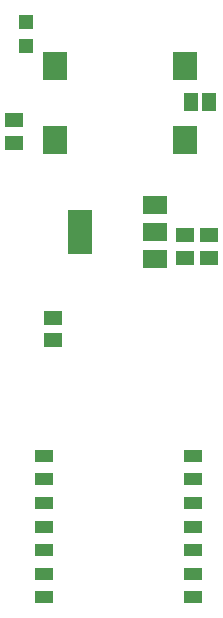
<source format=gtp>
G75*
G70*
%OFA0B0*%
%FSLAX24Y24*%
%IPPOS*%
%LPD*%
%AMOC8*
5,1,8,0,0,1.08239X$1,22.5*
%
%ADD10R,0.0790X0.0590*%
%ADD11R,0.0790X0.1500*%
%ADD12R,0.0472X0.0472*%
%ADD13R,0.0591X0.0512*%
%ADD14R,0.0787X0.0945*%
%ADD15R,0.0460X0.0630*%
%ADD16R,0.0591X0.0394*%
D10*
X041438Y014624D03*
X041438Y015524D03*
X041438Y016424D03*
D11*
X038958Y015514D03*
D12*
X037147Y021695D03*
X037147Y022522D03*
D13*
X036754Y018487D03*
X036754Y019235D03*
X042462Y015396D03*
X043250Y015396D03*
X043250Y014648D03*
X042462Y014648D03*
X038033Y012640D03*
X038033Y011892D03*
D14*
X038131Y018585D03*
X042462Y018585D03*
X042462Y021026D03*
X038131Y021026D03*
D15*
X042654Y019845D03*
X043254Y019845D03*
D16*
X042706Y008054D03*
X042706Y007266D03*
X042706Y006479D03*
X042706Y005691D03*
X042706Y004904D03*
X042706Y004117D03*
X042706Y003329D03*
X037746Y003329D03*
X037746Y004117D03*
X037746Y004904D03*
X037746Y005691D03*
X037746Y006479D03*
X037746Y007266D03*
X037746Y008054D03*
M02*

</source>
